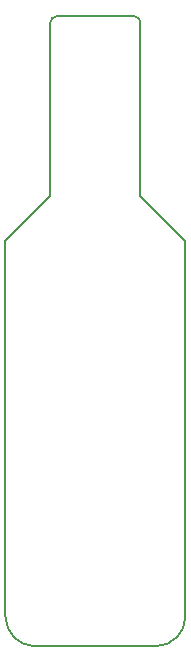
<source format=gbr>
G04 start of page 4 for group 2 idx 2 *
G04 Title: (unknown), outline *
G04 Creator: pcb 20140316 *
G04 CreationDate: Wed 10 Feb 2021 06:13:12 PM GMT UTC *
G04 For: tom *
G04 Format: Gerber/RS-274X *
G04 PCB-Dimensions (mil): 600.00 2100.00 *
G04 PCB-Coordinate-Origin: lower left *
%MOIN*%
%FSLAX25Y25*%
%LNOUTLINE*%
%ADD38C,0.0060*%
G54D38*X10000Y0D02*X50000D01*
X0Y10000D02*Y135000D01*
X60000D02*Y10000D01*
X43000Y210000D02*X17000D01*
X45000Y208000D02*Y150000D01*
X15000Y208000D02*Y150000D01*
X0Y135000D01*
X45000Y150000D02*X60000Y135000D01*
X43000Y210000D02*G75*G02X45000Y208000I0J-2000D01*G01*
X17000Y210000D02*G75*G03X15000Y208000I0J-2000D01*G01*
X60000Y10000D02*G75*G02X50000Y0I-10000J0D01*G01*
X0Y10000D02*G75*G03X10000Y0I10000J0D01*G01*
M02*

</source>
